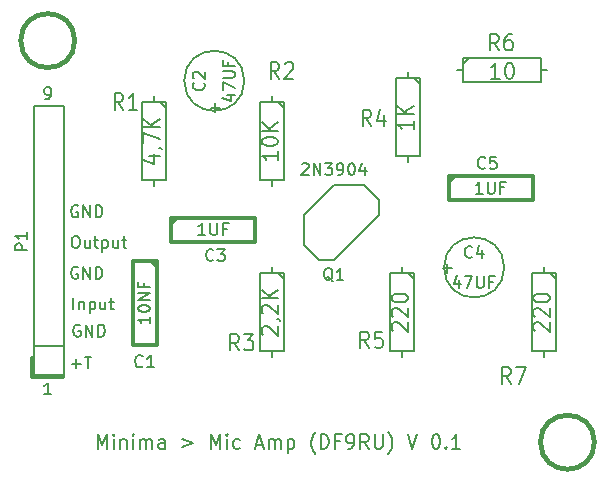
<source format=gto>
G04 #@! TF.FileFunction,Legend,Top*
%FSLAX45Y45*%
G04 Gerber Fmt 4.5, Leading zero omitted, Abs format (unit mm)*
G04 Created by KiCad (PCBNEW (2015-01-25 BZR 5388)-product) date Mo 03 Aug 2015 14:17:27 CEST*
%MOMM*%
G01*
G04 APERTURE LIST*
%ADD10C,0.150000*%
%ADD11C,0.200000*%
%ADD12C,0.381000*%
%ADD13C,0.200660*%
%ADD14C,0.203200*%
%ADD15C,0.304800*%
G04 APERTURE END LIST*
D10*
D11*
X12953810Y-7900000D02*
X12944286Y-7895238D01*
X12930000Y-7895238D01*
X12915714Y-7900000D01*
X12906190Y-7909524D01*
X12901429Y-7919048D01*
X12896667Y-7938095D01*
X12896667Y-7952381D01*
X12901429Y-7971429D01*
X12906190Y-7980952D01*
X12915714Y-7990476D01*
X12930000Y-7995238D01*
X12939524Y-7995238D01*
X12953810Y-7990476D01*
X12958571Y-7985714D01*
X12958571Y-7952381D01*
X12939524Y-7952381D01*
X13001429Y-7995238D02*
X13001429Y-7895238D01*
X13058571Y-7995238D01*
X13058571Y-7895238D01*
X13106190Y-7995238D02*
X13106190Y-7895238D01*
X13130000Y-7895238D01*
X13144286Y-7900000D01*
X13153810Y-7909524D01*
X13158571Y-7919048D01*
X13163333Y-7938095D01*
X13163333Y-7952381D01*
X13158571Y-7971429D01*
X13153810Y-7980952D01*
X13144286Y-7990476D01*
X13130000Y-7995238D01*
X13106190Y-7995238D01*
X12953810Y-8420000D02*
X12944286Y-8415238D01*
X12930000Y-8415238D01*
X12915714Y-8420000D01*
X12906190Y-8429524D01*
X12901429Y-8439048D01*
X12896667Y-8458095D01*
X12896667Y-8472381D01*
X12901429Y-8491429D01*
X12906190Y-8500952D01*
X12915714Y-8510476D01*
X12930000Y-8515238D01*
X12939524Y-8515238D01*
X12953810Y-8510476D01*
X12958571Y-8505714D01*
X12958571Y-8472381D01*
X12939524Y-8472381D01*
X13001429Y-8515238D02*
X13001429Y-8415238D01*
X13058571Y-8515238D01*
X13058571Y-8415238D01*
X13106190Y-8515238D02*
X13106190Y-8415238D01*
X13130000Y-8415238D01*
X13144286Y-8420000D01*
X13153810Y-8429524D01*
X13158571Y-8439048D01*
X13163333Y-8458095D01*
X13163333Y-8472381D01*
X13158571Y-8491429D01*
X13153810Y-8500952D01*
X13144286Y-8510476D01*
X13130000Y-8515238D01*
X13106190Y-8515238D01*
X12927619Y-8155238D02*
X12946667Y-8155238D01*
X12956190Y-8160000D01*
X12965714Y-8169524D01*
X12970476Y-8188571D01*
X12970476Y-8221905D01*
X12965714Y-8240952D01*
X12956190Y-8250476D01*
X12946667Y-8255238D01*
X12927619Y-8255238D01*
X12918095Y-8250476D01*
X12908571Y-8240952D01*
X12903809Y-8221905D01*
X12903809Y-8188571D01*
X12908571Y-8169524D01*
X12918095Y-8160000D01*
X12927619Y-8155238D01*
X13056190Y-8188571D02*
X13056190Y-8255238D01*
X13013333Y-8188571D02*
X13013333Y-8240952D01*
X13018095Y-8250476D01*
X13027619Y-8255238D01*
X13041905Y-8255238D01*
X13051429Y-8250476D01*
X13056190Y-8245714D01*
X13089524Y-8188571D02*
X13127619Y-8188571D01*
X13103809Y-8155238D02*
X13103809Y-8240952D01*
X13108571Y-8250476D01*
X13118095Y-8255238D01*
X13127619Y-8255238D01*
X13160952Y-8188571D02*
X13160952Y-8288571D01*
X13160952Y-8193333D02*
X13170476Y-8188571D01*
X13189524Y-8188571D01*
X13199048Y-8193333D01*
X13203810Y-8198095D01*
X13208571Y-8207619D01*
X13208571Y-8236190D01*
X13203810Y-8245714D01*
X13199048Y-8250476D01*
X13189524Y-8255238D01*
X13170476Y-8255238D01*
X13160952Y-8250476D01*
X13294286Y-8188571D02*
X13294286Y-8255238D01*
X13251429Y-8188571D02*
X13251429Y-8240952D01*
X13256190Y-8250476D01*
X13265714Y-8255238D01*
X13280000Y-8255238D01*
X13289524Y-8250476D01*
X13294286Y-8245714D01*
X13327619Y-8188571D02*
X13365714Y-8188571D01*
X13341905Y-8155238D02*
X13341905Y-8240952D01*
X13346667Y-8250476D01*
X13356190Y-8255238D01*
X13365714Y-8255238D01*
X12915714Y-8775238D02*
X12915714Y-8675238D01*
X12963333Y-8708571D02*
X12963333Y-8775238D01*
X12963333Y-8718095D02*
X12968095Y-8713333D01*
X12977619Y-8708571D01*
X12991905Y-8708571D01*
X13001429Y-8713333D01*
X13006190Y-8722857D01*
X13006190Y-8775238D01*
X13053809Y-8708571D02*
X13053809Y-8808571D01*
X13053809Y-8713333D02*
X13063333Y-8708571D01*
X13082381Y-8708571D01*
X13091905Y-8713333D01*
X13096667Y-8718095D01*
X13101429Y-8727619D01*
X13101429Y-8756191D01*
X13096667Y-8765714D01*
X13091905Y-8770476D01*
X13082381Y-8775238D01*
X13063333Y-8775238D01*
X13053809Y-8770476D01*
X13187143Y-8708571D02*
X13187143Y-8775238D01*
X13144286Y-8708571D02*
X13144286Y-8760952D01*
X13149048Y-8770476D01*
X13158571Y-8775238D01*
X13172857Y-8775238D01*
X13182381Y-8770476D01*
X13187143Y-8765714D01*
X13220476Y-8708571D02*
X13258571Y-8708571D01*
X13234762Y-8675238D02*
X13234762Y-8760952D01*
X13239524Y-8770476D01*
X13249048Y-8775238D01*
X13258571Y-8775238D01*
X12973810Y-8910000D02*
X12964286Y-8905238D01*
X12950000Y-8905238D01*
X12935714Y-8910000D01*
X12926190Y-8919524D01*
X12921429Y-8929048D01*
X12916667Y-8948095D01*
X12916667Y-8962381D01*
X12921429Y-8981429D01*
X12926190Y-8990952D01*
X12935714Y-9000476D01*
X12950000Y-9005238D01*
X12959524Y-9005238D01*
X12973810Y-9000476D01*
X12978571Y-8995714D01*
X12978571Y-8962381D01*
X12959524Y-8962381D01*
X13021429Y-9005238D02*
X13021429Y-8905238D01*
X13078571Y-9005238D01*
X13078571Y-8905238D01*
X13126190Y-9005238D02*
X13126190Y-8905238D01*
X13150000Y-8905238D01*
X13164286Y-8910000D01*
X13173810Y-8919524D01*
X13178571Y-8929048D01*
X13183333Y-8948095D01*
X13183333Y-8962381D01*
X13178571Y-8981429D01*
X13173810Y-8990952D01*
X13164286Y-9000476D01*
X13150000Y-9005238D01*
X13126190Y-9005238D01*
D12*
X12570000Y-9340000D02*
X12820000Y-9340000D01*
X12570000Y-9190000D02*
X12570000Y-9340000D01*
D11*
X12903809Y-9237143D02*
X12980000Y-9237143D01*
X12941905Y-9275238D02*
X12941905Y-9199048D01*
X13013333Y-9175238D02*
X13070476Y-9175238D01*
X13041905Y-9275238D02*
X13041905Y-9175238D01*
D13*
X13121471Y-9954139D02*
X13121471Y-9834251D01*
X13161434Y-9919885D01*
X13201396Y-9834251D01*
X13201396Y-9954139D01*
X13258486Y-9954139D02*
X13258486Y-9874214D01*
X13258486Y-9834251D02*
X13252777Y-9839960D01*
X13258486Y-9845669D01*
X13264195Y-9839960D01*
X13258486Y-9834251D01*
X13258486Y-9845669D01*
X13315575Y-9874214D02*
X13315575Y-9954139D01*
X13315575Y-9885632D02*
X13321284Y-9879923D01*
X13332702Y-9874214D01*
X13349829Y-9874214D01*
X13361247Y-9879923D01*
X13366956Y-9891341D01*
X13366956Y-9954139D01*
X13424045Y-9954139D02*
X13424045Y-9874214D01*
X13424045Y-9834251D02*
X13418336Y-9839960D01*
X13424045Y-9845669D01*
X13429754Y-9839960D01*
X13424045Y-9834251D01*
X13424045Y-9845669D01*
X13481135Y-9954139D02*
X13481135Y-9874214D01*
X13481135Y-9885632D02*
X13486844Y-9879923D01*
X13498262Y-9874214D01*
X13515389Y-9874214D01*
X13526807Y-9879923D01*
X13532515Y-9891341D01*
X13532515Y-9954139D01*
X13532515Y-9891341D02*
X13538224Y-9879923D01*
X13549642Y-9874214D01*
X13566769Y-9874214D01*
X13578187Y-9879923D01*
X13583896Y-9891341D01*
X13583896Y-9954139D01*
X13692366Y-9954139D02*
X13692366Y-9891341D01*
X13686657Y-9879923D01*
X13675239Y-9874214D01*
X13652404Y-9874214D01*
X13640986Y-9879923D01*
X13692366Y-9948430D02*
X13680948Y-9954139D01*
X13652404Y-9954139D01*
X13640986Y-9948430D01*
X13635277Y-9937012D01*
X13635277Y-9925594D01*
X13640986Y-9914176D01*
X13652404Y-9908467D01*
X13680948Y-9908467D01*
X13692366Y-9902759D01*
X13840799Y-9874214D02*
X13932142Y-9908467D01*
X13840799Y-9942721D01*
X14080575Y-9954139D02*
X14080575Y-9834251D01*
X14120538Y-9919885D01*
X14160500Y-9834251D01*
X14160500Y-9954139D01*
X14217590Y-9954139D02*
X14217590Y-9874214D01*
X14217590Y-9834251D02*
X14211881Y-9839960D01*
X14217590Y-9845669D01*
X14223299Y-9839960D01*
X14217590Y-9834251D01*
X14217590Y-9845669D01*
X14326060Y-9948430D02*
X14314642Y-9954139D01*
X14291806Y-9954139D01*
X14280388Y-9948430D01*
X14274679Y-9942721D01*
X14268970Y-9931303D01*
X14268970Y-9897050D01*
X14274679Y-9885632D01*
X14280388Y-9879923D01*
X14291806Y-9874214D01*
X14314642Y-9874214D01*
X14326060Y-9879923D01*
X14463075Y-9919885D02*
X14520164Y-9919885D01*
X14451657Y-9954139D02*
X14491619Y-9834251D01*
X14531582Y-9954139D01*
X14571545Y-9954139D02*
X14571545Y-9874214D01*
X14571545Y-9885632D02*
X14577254Y-9879923D01*
X14588672Y-9874214D01*
X14605798Y-9874214D01*
X14617216Y-9879923D01*
X14622925Y-9891341D01*
X14622925Y-9954139D01*
X14622925Y-9891341D02*
X14628634Y-9879923D01*
X14640052Y-9874214D01*
X14657179Y-9874214D01*
X14668597Y-9879923D01*
X14674306Y-9891341D01*
X14674306Y-9954139D01*
X14731395Y-9874214D02*
X14731395Y-9994102D01*
X14731395Y-9879923D02*
X14742813Y-9874214D01*
X14765649Y-9874214D01*
X14777067Y-9879923D01*
X14782776Y-9885632D01*
X14788485Y-9897050D01*
X14788485Y-9931303D01*
X14782776Y-9942721D01*
X14777067Y-9948430D01*
X14765649Y-9954139D01*
X14742813Y-9954139D01*
X14731395Y-9948430D01*
X14965462Y-9999811D02*
X14959753Y-9994102D01*
X14948336Y-9976975D01*
X14942627Y-9965557D01*
X14936918Y-9948430D01*
X14931209Y-9919885D01*
X14931209Y-9897050D01*
X14936918Y-9868505D01*
X14942627Y-9851378D01*
X14948336Y-9839960D01*
X14959753Y-9822833D01*
X14965462Y-9817124D01*
X15011134Y-9954139D02*
X15011134Y-9834251D01*
X15039679Y-9834251D01*
X15056806Y-9839960D01*
X15068224Y-9851378D01*
X15073932Y-9862796D01*
X15079641Y-9885632D01*
X15079641Y-9902759D01*
X15073932Y-9925594D01*
X15068224Y-9937012D01*
X15056806Y-9948430D01*
X15039679Y-9954139D01*
X15011134Y-9954139D01*
X15170985Y-9891341D02*
X15131022Y-9891341D01*
X15131022Y-9954139D02*
X15131022Y-9834251D01*
X15188112Y-9834251D01*
X15239492Y-9954139D02*
X15262328Y-9954139D01*
X15273746Y-9948430D01*
X15279455Y-9942721D01*
X15290873Y-9925594D01*
X15296582Y-9902759D01*
X15296582Y-9857087D01*
X15290873Y-9845669D01*
X15285164Y-9839960D01*
X15273746Y-9834251D01*
X15250910Y-9834251D01*
X15239492Y-9839960D01*
X15233783Y-9845669D01*
X15228074Y-9857087D01*
X15228074Y-9885632D01*
X15233783Y-9897050D01*
X15239492Y-9902759D01*
X15250910Y-9908467D01*
X15273746Y-9908467D01*
X15285164Y-9902759D01*
X15290873Y-9897050D01*
X15296582Y-9885632D01*
X15416470Y-9954139D02*
X15376507Y-9897050D01*
X15347962Y-9954139D02*
X15347962Y-9834251D01*
X15393634Y-9834251D01*
X15405052Y-9839960D01*
X15410761Y-9845669D01*
X15416470Y-9857087D01*
X15416470Y-9874214D01*
X15410761Y-9885632D01*
X15405052Y-9891341D01*
X15393634Y-9897050D01*
X15347962Y-9897050D01*
X15467850Y-9834251D02*
X15467850Y-9931303D01*
X15473559Y-9942721D01*
X15479268Y-9948430D01*
X15490686Y-9954139D01*
X15513522Y-9954139D01*
X15524940Y-9948430D01*
X15530649Y-9942721D01*
X15536358Y-9931303D01*
X15536358Y-9834251D01*
X15582029Y-9999811D02*
X15587738Y-9994102D01*
X15599156Y-9976975D01*
X15604865Y-9965557D01*
X15610574Y-9948430D01*
X15616283Y-9919885D01*
X15616283Y-9897050D01*
X15610574Y-9868505D01*
X15604865Y-9851378D01*
X15599156Y-9839960D01*
X15587738Y-9822833D01*
X15582029Y-9817124D01*
X15747589Y-9834251D02*
X15787551Y-9954139D01*
X15827514Y-9834251D01*
X15981656Y-9834251D02*
X15993074Y-9834251D01*
X16004492Y-9839960D01*
X16010200Y-9845669D01*
X16015909Y-9857087D01*
X16021618Y-9879923D01*
X16021618Y-9908467D01*
X16015909Y-9931303D01*
X16010200Y-9942721D01*
X16004492Y-9948430D01*
X15993074Y-9954139D01*
X15981656Y-9954139D01*
X15970238Y-9948430D01*
X15964529Y-9942721D01*
X15958820Y-9931303D01*
X15953111Y-9908467D01*
X15953111Y-9879923D01*
X15958820Y-9857087D01*
X15964529Y-9845669D01*
X15970238Y-9839960D01*
X15981656Y-9834251D01*
X16072999Y-9942721D02*
X16078708Y-9948430D01*
X16072999Y-9954139D01*
X16067290Y-9948430D01*
X16072999Y-9942721D01*
X16072999Y-9954139D01*
X16192887Y-9954139D02*
X16124379Y-9954139D01*
X16158633Y-9954139D02*
X16158633Y-9834251D01*
X16147215Y-9851378D01*
X16135797Y-9862796D01*
X16124379Y-9868505D01*
X12680938Y-6995220D02*
X12700000Y-6995220D01*
X12709531Y-6990455D01*
X12714297Y-6985689D01*
X12723828Y-6971393D01*
X12728593Y-6952331D01*
X12728593Y-6914207D01*
X12723828Y-6904675D01*
X12719062Y-6899910D01*
X12709531Y-6895144D01*
X12690469Y-6895144D01*
X12680938Y-6899910D01*
X12676172Y-6904675D01*
X12671407Y-6914207D01*
X12671407Y-6938034D01*
X12676172Y-6947565D01*
X12680938Y-6952331D01*
X12690469Y-6957096D01*
X12709531Y-6957096D01*
X12719062Y-6952331D01*
X12723828Y-6947565D01*
X12728593Y-6938034D01*
X12728593Y-9495343D02*
X12671407Y-9495343D01*
X12700000Y-9495343D02*
X12700000Y-9395267D01*
X12690469Y-9409563D01*
X12680938Y-9419094D01*
X12671407Y-9423860D01*
D12*
X17328642Y-9900158D02*
G75*
G03X17328642Y-9900158I-228600J0D01*
G01*
X12928600Y-6499860D02*
G75*
G03X12928600Y-6499860I-228600J0D01*
G01*
D14*
X14599920Y-8419084D02*
X14599920Y-8469884D01*
X14599920Y-9181084D02*
X14599920Y-9130284D01*
X14599920Y-9130284D02*
X14701520Y-9130284D01*
X14701520Y-9130284D02*
X14701520Y-8469884D01*
X14701520Y-8469884D02*
X14498320Y-8469884D01*
X14498320Y-8469884D02*
X14498320Y-9130284D01*
X14498320Y-9130284D02*
X14599920Y-9130284D01*
X14650720Y-8469884D02*
X14701520Y-8520684D01*
X16899890Y-8419084D02*
X16899890Y-8469884D01*
X16899890Y-9181084D02*
X16899890Y-9130284D01*
X16899890Y-9130284D02*
X17001490Y-9130284D01*
X17001490Y-9130284D02*
X17001490Y-8469884D01*
X17001490Y-8469884D02*
X16798290Y-8469884D01*
X16798290Y-8469884D02*
X16798290Y-9130284D01*
X16798290Y-9130284D02*
X16899890Y-9130284D01*
X16950690Y-8469884D02*
X17001490Y-8520684D01*
X16168878Y-6750050D02*
X16219678Y-6750050D01*
X16930878Y-6750050D02*
X16880078Y-6750050D01*
X16880078Y-6750050D02*
X16880078Y-6648450D01*
X16880078Y-6648450D02*
X16219678Y-6648450D01*
X16219678Y-6648450D02*
X16219678Y-6851650D01*
X16219678Y-6851650D02*
X16880078Y-6851650D01*
X16880078Y-6851650D02*
X16880078Y-6750050D01*
X16219678Y-6699250D02*
X16270478Y-6648450D01*
X15749778Y-6769100D02*
X15749778Y-6819900D01*
X15749778Y-7531100D02*
X15749778Y-7480300D01*
X15749778Y-7480300D02*
X15851378Y-7480300D01*
X15851378Y-7480300D02*
X15851378Y-6819900D01*
X15851378Y-6819900D02*
X15648178Y-6819900D01*
X15648178Y-6819900D02*
X15648178Y-7480300D01*
X15648178Y-7480300D02*
X15749778Y-7480300D01*
X15800578Y-6819900D02*
X15851378Y-6870700D01*
X14599920Y-6968998D02*
X14599920Y-7019798D01*
X14599920Y-7730998D02*
X14599920Y-7680198D01*
X14599920Y-7680198D02*
X14701520Y-7680198D01*
X14701520Y-7680198D02*
X14701520Y-7019798D01*
X14701520Y-7019798D02*
X14498320Y-7019798D01*
X14498320Y-7019798D02*
X14498320Y-7680198D01*
X14498320Y-7680198D02*
X14599920Y-7680198D01*
X14650720Y-7019798D02*
X14701520Y-7070598D01*
X13599922Y-6968998D02*
X13599922Y-7019798D01*
X13599922Y-7730998D02*
X13599922Y-7680198D01*
X13599922Y-7680198D02*
X13701522Y-7680198D01*
X13701522Y-7680198D02*
X13701522Y-7019798D01*
X13701522Y-7019798D02*
X13498322Y-7019798D01*
X13498322Y-7019798D02*
X13498322Y-7680198D01*
X13498322Y-7680198D02*
X13599922Y-7680198D01*
X13650722Y-7019798D02*
X13701522Y-7070598D01*
X15699994Y-8419084D02*
X15699994Y-8469884D01*
X15699994Y-9181084D02*
X15699994Y-9130284D01*
X15699994Y-9130284D02*
X15801594Y-9130284D01*
X15801594Y-9130284D02*
X15801594Y-8469884D01*
X15801594Y-8469884D02*
X15598394Y-8469884D01*
X15598394Y-8469884D02*
X15598394Y-9130284D01*
X15598394Y-9130284D02*
X15699994Y-9130284D01*
X15750794Y-8469884D02*
X15801594Y-8520684D01*
D15*
X16094202Y-7648448D02*
X16805402Y-7648448D01*
X16805402Y-7648448D02*
X16805402Y-7851648D01*
X16805402Y-7851648D02*
X16094202Y-7851648D01*
X16094202Y-7851648D02*
X16094202Y-7648448D01*
X16094202Y-7699248D02*
X16145002Y-7648448D01*
X13744448Y-7998460D02*
X14455648Y-7998460D01*
X14455648Y-7998460D02*
X14455648Y-8201660D01*
X14455648Y-8201660D02*
X13744448Y-8201660D01*
X13744448Y-8201660D02*
X13744448Y-7998460D01*
X13744448Y-8049260D02*
X13795248Y-7998460D01*
X13621512Y-8364474D02*
X13621512Y-9075674D01*
X13621512Y-9075674D02*
X13418312Y-9075674D01*
X13418312Y-9075674D02*
X13418312Y-8364474D01*
X13418312Y-8364474D02*
X13621512Y-8364474D01*
X13570712Y-8364474D02*
X13621512Y-8415274D01*
D10*
X12583000Y-9089000D02*
X12583000Y-7057000D01*
X12583000Y-7057000D02*
X12837000Y-7057000D01*
X12837000Y-7057000D02*
X12837000Y-9089000D01*
X12583000Y-9343000D02*
X12583000Y-9089000D01*
X12583000Y-9089000D02*
X12837000Y-9089000D01*
X12583000Y-9343000D02*
X12837000Y-9343000D01*
X12837000Y-9343000D02*
X12837000Y-9089000D01*
X14364317Y-6840000D02*
G75*
G03X14364317Y-6840000I-254317J0D01*
G01*
X16564317Y-8420000D02*
G75*
G03X16564317Y-8420000I-254317J0D01*
G01*
X15123000Y-8354000D02*
X15504000Y-7973000D01*
X15504000Y-7973000D02*
X15504000Y-7846000D01*
X15504000Y-7846000D02*
X15377000Y-7719000D01*
X15377000Y-7719000D02*
X15123000Y-7719000D01*
X15123000Y-7719000D02*
X14869000Y-7973000D01*
X14869000Y-7973000D02*
X14869000Y-8227000D01*
X14869000Y-8227000D02*
X14996000Y-8354000D01*
X14996000Y-8354000D02*
X15123000Y-8354000D01*
D14*
X14318911Y-9123124D02*
X14276578Y-9056600D01*
X14246340Y-9123124D02*
X14246340Y-8983424D01*
X14294721Y-8983424D01*
X14306816Y-8990076D01*
X14312864Y-8996728D01*
X14318911Y-9010033D01*
X14318911Y-9029990D01*
X14312864Y-9043295D01*
X14306816Y-9049947D01*
X14294721Y-9056600D01*
X14246340Y-9056600D01*
X14361245Y-8983424D02*
X14439864Y-8983424D01*
X14397530Y-9036643D01*
X14415673Y-9036643D01*
X14427768Y-9043295D01*
X14433816Y-9049947D01*
X14439864Y-9063252D01*
X14439864Y-9096514D01*
X14433816Y-9109819D01*
X14427768Y-9116471D01*
X14415673Y-9123124D01*
X14379387Y-9123124D01*
X14367292Y-9116471D01*
X14361245Y-9109819D01*
X14524022Y-8990584D02*
X14517370Y-8984536D01*
X14510718Y-8972441D01*
X14510718Y-8942203D01*
X14517370Y-8930108D01*
X14524022Y-8924060D01*
X14537327Y-8918013D01*
X14550632Y-8918013D01*
X14570589Y-8924060D01*
X14650418Y-8996632D01*
X14650418Y-8918013D01*
X14643765Y-8857536D02*
X14650418Y-8857536D01*
X14663722Y-8863584D01*
X14670375Y-8869632D01*
X14524022Y-8809155D02*
X14517370Y-8803108D01*
X14510718Y-8791013D01*
X14510718Y-8760775D01*
X14517370Y-8748679D01*
X14524022Y-8742632D01*
X14537327Y-8736584D01*
X14550632Y-8736584D01*
X14570589Y-8742632D01*
X14650418Y-8815203D01*
X14650418Y-8736584D01*
X14650418Y-8682155D02*
X14510718Y-8682155D01*
X14650418Y-8609584D02*
X14570589Y-8664013D01*
X14510718Y-8609584D02*
X14590546Y-8682155D01*
X16618881Y-9403286D02*
X16576548Y-9336762D01*
X16546310Y-9403286D02*
X16546310Y-9263586D01*
X16594691Y-9263586D01*
X16606786Y-9270238D01*
X16612834Y-9276890D01*
X16618881Y-9290195D01*
X16618881Y-9310152D01*
X16612834Y-9323457D01*
X16606786Y-9330109D01*
X16594691Y-9336762D01*
X16546310Y-9336762D01*
X16661215Y-9263586D02*
X16745881Y-9263586D01*
X16691453Y-9403286D01*
X16823992Y-8957322D02*
X16817340Y-8951275D01*
X16810688Y-8939179D01*
X16810688Y-8908941D01*
X16817340Y-8896846D01*
X16823992Y-8890798D01*
X16837297Y-8884751D01*
X16850602Y-8884751D01*
X16870559Y-8890798D01*
X16950388Y-8963370D01*
X16950388Y-8884751D01*
X16823992Y-8836370D02*
X16817340Y-8830322D01*
X16810688Y-8818227D01*
X16810688Y-8787989D01*
X16817340Y-8775894D01*
X16823992Y-8769846D01*
X16837297Y-8763798D01*
X16850602Y-8763798D01*
X16870559Y-8769846D01*
X16950388Y-8842417D01*
X16950388Y-8763798D01*
X16810688Y-8685179D02*
X16810688Y-8673084D01*
X16817340Y-8660989D01*
X16823992Y-8654941D01*
X16837297Y-8648894D01*
X16863907Y-8642846D01*
X16897169Y-8642846D01*
X16923778Y-8648894D01*
X16937083Y-8654941D01*
X16943735Y-8660989D01*
X16950388Y-8673084D01*
X16950388Y-8685179D01*
X16943735Y-8697275D01*
X16937083Y-8703322D01*
X16923778Y-8709370D01*
X16897169Y-8715417D01*
X16863907Y-8715417D01*
X16837297Y-8709370D01*
X16823992Y-8703322D01*
X16817340Y-8697275D01*
X16810688Y-8685179D01*
X16518805Y-6583124D02*
X16476472Y-6516600D01*
X16446234Y-6583124D02*
X16446234Y-6443424D01*
X16494615Y-6443424D01*
X16506710Y-6450076D01*
X16512758Y-6456728D01*
X16518805Y-6470033D01*
X16518805Y-6489990D01*
X16512758Y-6503295D01*
X16506710Y-6509947D01*
X16494615Y-6516600D01*
X16446234Y-6516600D01*
X16627662Y-6443424D02*
X16603472Y-6443424D01*
X16591377Y-6450076D01*
X16585329Y-6456728D01*
X16573234Y-6476685D01*
X16567186Y-6503295D01*
X16567186Y-6556514D01*
X16573234Y-6569819D01*
X16579281Y-6576471D01*
X16591377Y-6583124D01*
X16615567Y-6583124D01*
X16627662Y-6576471D01*
X16633710Y-6569819D01*
X16639758Y-6556514D01*
X16639758Y-6523252D01*
X16633710Y-6509947D01*
X16627662Y-6503295D01*
X16615567Y-6496643D01*
X16591377Y-6496643D01*
X16579281Y-6503295D01*
X16573234Y-6509947D01*
X16567186Y-6523252D01*
X16525687Y-6825948D02*
X16453116Y-6825948D01*
X16489402Y-6825948D02*
X16489402Y-6686248D01*
X16477307Y-6706205D01*
X16465211Y-6719509D01*
X16453116Y-6726162D01*
X16604307Y-6686248D02*
X16616402Y-6686248D01*
X16628497Y-6692900D01*
X16634545Y-6699552D01*
X16640592Y-6712857D01*
X16646640Y-6739467D01*
X16646640Y-6772729D01*
X16640592Y-6799338D01*
X16634545Y-6812643D01*
X16628497Y-6819295D01*
X16616402Y-6825948D01*
X16604307Y-6825948D01*
X16592211Y-6819295D01*
X16586164Y-6812643D01*
X16580116Y-6799338D01*
X16574068Y-6772729D01*
X16574068Y-6739467D01*
X16580116Y-6712857D01*
X16586164Y-6699552D01*
X16592211Y-6692900D01*
X16604307Y-6686248D01*
X15438797Y-7223204D02*
X15396464Y-7156680D01*
X15366226Y-7223204D02*
X15366226Y-7083504D01*
X15414607Y-7083504D01*
X15426702Y-7090156D01*
X15432750Y-7096808D01*
X15438797Y-7110113D01*
X15438797Y-7130070D01*
X15432750Y-7143375D01*
X15426702Y-7150027D01*
X15414607Y-7156680D01*
X15366226Y-7156680D01*
X15547654Y-7130070D02*
X15547654Y-7223204D01*
X15517416Y-7076851D02*
X15487178Y-7176637D01*
X15565797Y-7176637D01*
X15800276Y-7177314D02*
X15800276Y-7249886D01*
X15800276Y-7213600D02*
X15660576Y-7213600D01*
X15680533Y-7225695D01*
X15693837Y-7237790D01*
X15700490Y-7249886D01*
X15800276Y-7122886D02*
X15660576Y-7122886D01*
X15800276Y-7050314D02*
X15720447Y-7104743D01*
X15660576Y-7050314D02*
X15740404Y-7122886D01*
X14658763Y-6823154D02*
X14616430Y-6756630D01*
X14586192Y-6823154D02*
X14586192Y-6683454D01*
X14634573Y-6683454D01*
X14646668Y-6690106D01*
X14652716Y-6696758D01*
X14658763Y-6710063D01*
X14658763Y-6730020D01*
X14652716Y-6743325D01*
X14646668Y-6749977D01*
X14634573Y-6756630D01*
X14586192Y-6756630D01*
X14707144Y-6696758D02*
X14713192Y-6690106D01*
X14725287Y-6683454D01*
X14755525Y-6683454D01*
X14767620Y-6690106D01*
X14773668Y-6696758D01*
X14779716Y-6710063D01*
X14779716Y-6723368D01*
X14773668Y-6743325D01*
X14701097Y-6823154D01*
X14779716Y-6823154D01*
X14650418Y-7437688D02*
X14650418Y-7510260D01*
X14650418Y-7473974D02*
X14510718Y-7473974D01*
X14530675Y-7486069D01*
X14543979Y-7498165D01*
X14550632Y-7510260D01*
X14510718Y-7359069D02*
X14510718Y-7346974D01*
X14517370Y-7334879D01*
X14524022Y-7328831D01*
X14537327Y-7322784D01*
X14563937Y-7316736D01*
X14597199Y-7316736D01*
X14623808Y-7322784D01*
X14637113Y-7328831D01*
X14643765Y-7334879D01*
X14650418Y-7346974D01*
X14650418Y-7359069D01*
X14643765Y-7371165D01*
X14637113Y-7377212D01*
X14623808Y-7383260D01*
X14597199Y-7389307D01*
X14563937Y-7389307D01*
X14537327Y-7383260D01*
X14524022Y-7377212D01*
X14517370Y-7371165D01*
X14510718Y-7359069D01*
X14650418Y-7262307D02*
X14510718Y-7262307D01*
X14650418Y-7189736D02*
X14570589Y-7244165D01*
X14510718Y-7189736D02*
X14590546Y-7262307D01*
X13338725Y-7083250D02*
X13296392Y-7016726D01*
X13266154Y-7083250D02*
X13266154Y-6943550D01*
X13314535Y-6943550D01*
X13326630Y-6950202D01*
X13332678Y-6956854D01*
X13338725Y-6970159D01*
X13338725Y-6990116D01*
X13332678Y-7003421D01*
X13326630Y-7010073D01*
X13314535Y-7016726D01*
X13266154Y-7016726D01*
X13459678Y-7083250D02*
X13387106Y-7083250D01*
X13423392Y-7083250D02*
X13423392Y-6943550D01*
X13411297Y-6963507D01*
X13399201Y-6976811D01*
X13387106Y-6983464D01*
X13557286Y-7480022D02*
X13650420Y-7480022D01*
X13504067Y-7510260D02*
X13603853Y-7540498D01*
X13603853Y-7461879D01*
X13643767Y-7407450D02*
X13650420Y-7407450D01*
X13663724Y-7413498D01*
X13670377Y-7419546D01*
X13510720Y-7365117D02*
X13510720Y-7280450D01*
X13650420Y-7334879D01*
X13650420Y-7232069D02*
X13510720Y-7232069D01*
X13650420Y-7159498D02*
X13570591Y-7213926D01*
X13510720Y-7159498D02*
X13590548Y-7232069D01*
X15418731Y-9103312D02*
X15376398Y-9036788D01*
X15346160Y-9103312D02*
X15346160Y-8963612D01*
X15394541Y-8963612D01*
X15406636Y-8970264D01*
X15412684Y-8976916D01*
X15418731Y-8990221D01*
X15418731Y-9010178D01*
X15412684Y-9023483D01*
X15406636Y-9030135D01*
X15394541Y-9036788D01*
X15346160Y-9036788D01*
X15533636Y-8963612D02*
X15473160Y-8963612D01*
X15467112Y-9030135D01*
X15473160Y-9023483D01*
X15485255Y-9016831D01*
X15515493Y-9016831D01*
X15527588Y-9023483D01*
X15533636Y-9030135D01*
X15539684Y-9043440D01*
X15539684Y-9076702D01*
X15533636Y-9090007D01*
X15527588Y-9096659D01*
X15515493Y-9103312D01*
X15485255Y-9103312D01*
X15473160Y-9096659D01*
X15467112Y-9090007D01*
X15624096Y-8957322D02*
X15617444Y-8951275D01*
X15610792Y-8939179D01*
X15610792Y-8908941D01*
X15617444Y-8896846D01*
X15624096Y-8890798D01*
X15637401Y-8884751D01*
X15650706Y-8884751D01*
X15670663Y-8890798D01*
X15750492Y-8963370D01*
X15750492Y-8884751D01*
X15624096Y-8836370D02*
X15617444Y-8830322D01*
X15610792Y-8818227D01*
X15610792Y-8787989D01*
X15617444Y-8775894D01*
X15624096Y-8769846D01*
X15637401Y-8763798D01*
X15650706Y-8763798D01*
X15670663Y-8769846D01*
X15750492Y-8842417D01*
X15750492Y-8763798D01*
X15610792Y-8685179D02*
X15610792Y-8673084D01*
X15617444Y-8660989D01*
X15624096Y-8654941D01*
X15637401Y-8648894D01*
X15664011Y-8642846D01*
X15697273Y-8642846D01*
X15723882Y-8648894D01*
X15737187Y-8654941D01*
X15743839Y-8660989D01*
X15750492Y-8673084D01*
X15750492Y-8685179D01*
X15743839Y-8697275D01*
X15737187Y-8703322D01*
X15723882Y-8709370D01*
X15697273Y-8715417D01*
X15664011Y-8715417D01*
X15637401Y-8709370D01*
X15624096Y-8703322D01*
X15617444Y-8697275D01*
X15610792Y-8685179D01*
X16403151Y-7576276D02*
X16398313Y-7581114D01*
X16383798Y-7585952D01*
X16374122Y-7585952D01*
X16359608Y-7581114D01*
X16349932Y-7571438D01*
X16345094Y-7561761D01*
X16340255Y-7542409D01*
X16340255Y-7527895D01*
X16345094Y-7508542D01*
X16349932Y-7498866D01*
X16359608Y-7489190D01*
X16374122Y-7484352D01*
X16383798Y-7484352D01*
X16398313Y-7489190D01*
X16403151Y-7494028D01*
X16495074Y-7484352D02*
X16446694Y-7484352D01*
X16441855Y-7532733D01*
X16446694Y-7527895D01*
X16456370Y-7523057D01*
X16480560Y-7523057D01*
X16490236Y-7527895D01*
X16495074Y-7532733D01*
X16499913Y-7542409D01*
X16499913Y-7566599D01*
X16495074Y-7576276D01*
X16490236Y-7581114D01*
X16480560Y-7585952D01*
X16456370Y-7585952D01*
X16446694Y-7581114D01*
X16441855Y-7576276D01*
X16382069Y-7796010D02*
X16324012Y-7796010D01*
X16353040Y-7796010D02*
X16353040Y-7694410D01*
X16343364Y-7708924D01*
X16333688Y-7718600D01*
X16324012Y-7723438D01*
X16425612Y-7694410D02*
X16425612Y-7776657D01*
X16430450Y-7786334D01*
X16435288Y-7791172D01*
X16444964Y-7796010D01*
X16464316Y-7796010D01*
X16473992Y-7791172D01*
X16478831Y-7786334D01*
X16483669Y-7776657D01*
X16483669Y-7694410D01*
X16565916Y-7742791D02*
X16532050Y-7742791D01*
X16532050Y-7796010D02*
X16532050Y-7694410D01*
X16580431Y-7694410D01*
X14103181Y-8356310D02*
X14098343Y-8361148D01*
X14083828Y-8365986D01*
X14074152Y-8365986D01*
X14059638Y-8361148D01*
X14049962Y-8351472D01*
X14045124Y-8341795D01*
X14040285Y-8322443D01*
X14040285Y-8307929D01*
X14045124Y-8288576D01*
X14049962Y-8278900D01*
X14059638Y-8269224D01*
X14074152Y-8264386D01*
X14083828Y-8264386D01*
X14098343Y-8269224D01*
X14103181Y-8274062D01*
X14137047Y-8264386D02*
X14199943Y-8264386D01*
X14166076Y-8303091D01*
X14180590Y-8303091D01*
X14190266Y-8307929D01*
X14195104Y-8312767D01*
X14199943Y-8322443D01*
X14199943Y-8346633D01*
X14195104Y-8356310D01*
X14190266Y-8361148D01*
X14180590Y-8365986D01*
X14151562Y-8365986D01*
X14141885Y-8361148D01*
X14137047Y-8356310D01*
X14032315Y-8146022D02*
X13974258Y-8146022D01*
X14003286Y-8146022D02*
X14003286Y-8044422D01*
X13993610Y-8058936D01*
X13983934Y-8068612D01*
X13974258Y-8073450D01*
X14075858Y-8044422D02*
X14075858Y-8126669D01*
X14080696Y-8136346D01*
X14085534Y-8141184D01*
X14095210Y-8146022D01*
X14114562Y-8146022D01*
X14124238Y-8141184D01*
X14129077Y-8136346D01*
X14133915Y-8126669D01*
X14133915Y-8044422D01*
X14216162Y-8092803D02*
X14182296Y-8092803D01*
X14182296Y-8146022D02*
X14182296Y-8044422D01*
X14230677Y-8044422D01*
X13502979Y-9256232D02*
X13498141Y-9261070D01*
X13483626Y-9265908D01*
X13473950Y-9265908D01*
X13459436Y-9261070D01*
X13449760Y-9251394D01*
X13444922Y-9241717D01*
X13440083Y-9222365D01*
X13440083Y-9207851D01*
X13444922Y-9188498D01*
X13449760Y-9178822D01*
X13459436Y-9169146D01*
X13473950Y-9164308D01*
X13483626Y-9164308D01*
X13498141Y-9169146D01*
X13502979Y-9173984D01*
X13599741Y-9265908D02*
X13541683Y-9265908D01*
X13570712Y-9265908D02*
X13570712Y-9164308D01*
X13561036Y-9178822D01*
X13551360Y-9188498D01*
X13541683Y-9193337D01*
X13565874Y-8836188D02*
X13565874Y-8894245D01*
X13565874Y-8865217D02*
X13464274Y-8865217D01*
X13478788Y-8874893D01*
X13488464Y-8884569D01*
X13493302Y-8894245D01*
X13464274Y-8773293D02*
X13464274Y-8763617D01*
X13469112Y-8753941D01*
X13473950Y-8749103D01*
X13483626Y-8744265D01*
X13502979Y-8739426D01*
X13527169Y-8739426D01*
X13546521Y-8744265D01*
X13556198Y-8749103D01*
X13561036Y-8753941D01*
X13565874Y-8763617D01*
X13565874Y-8773293D01*
X13561036Y-8782969D01*
X13556198Y-8787807D01*
X13546521Y-8792645D01*
X13527169Y-8797484D01*
X13502979Y-8797484D01*
X13483626Y-8792645D01*
X13473950Y-8787807D01*
X13469112Y-8782969D01*
X13464274Y-8773293D01*
X13565874Y-8695884D02*
X13464274Y-8695884D01*
X13565874Y-8637826D01*
X13464274Y-8637826D01*
X13512655Y-8555579D02*
X13512655Y-8589445D01*
X13565874Y-8589445D02*
X13464274Y-8589445D01*
X13464274Y-8541065D01*
D10*
X12526638Y-8273809D02*
X12426638Y-8273809D01*
X12426638Y-8235714D01*
X12431400Y-8226190D01*
X12436162Y-8221428D01*
X12445686Y-8216667D01*
X12459971Y-8216667D01*
X12469495Y-8221428D01*
X12474257Y-8226190D01*
X12479019Y-8235714D01*
X12479019Y-8273809D01*
X12526638Y-8121428D02*
X12526638Y-8178571D01*
X12526638Y-8150000D02*
X12426638Y-8150000D01*
X12440924Y-8159524D01*
X12450448Y-8169048D01*
X12455209Y-8178571D01*
X14018968Y-6856667D02*
X14023730Y-6861428D01*
X14028492Y-6875714D01*
X14028492Y-6885238D01*
X14023730Y-6899524D01*
X14014206Y-6909048D01*
X14004683Y-6913809D01*
X13985635Y-6918571D01*
X13971349Y-6918571D01*
X13952302Y-6913809D01*
X13942778Y-6909048D01*
X13933254Y-6899524D01*
X13928492Y-6885238D01*
X13928492Y-6875714D01*
X13933254Y-6861428D01*
X13938016Y-6856667D01*
X13938016Y-6818571D02*
X13933254Y-6813809D01*
X13928492Y-6804286D01*
X13928492Y-6780476D01*
X13933254Y-6770952D01*
X13938016Y-6766190D01*
X13947540Y-6761428D01*
X13957063Y-6761428D01*
X13971349Y-6766190D01*
X14028492Y-6823333D01*
X14028492Y-6761428D01*
X14215571Y-6963809D02*
X14282238Y-6963809D01*
X14177476Y-6987619D02*
X14248905Y-7011429D01*
X14248905Y-6949524D01*
X14182238Y-6920952D02*
X14182238Y-6854286D01*
X14282238Y-6897143D01*
X14182238Y-6816190D02*
X14263190Y-6816190D01*
X14272714Y-6811429D01*
X14277476Y-6806667D01*
X14282238Y-6797143D01*
X14282238Y-6778095D01*
X14277476Y-6768571D01*
X14272714Y-6763809D01*
X14263190Y-6759048D01*
X14182238Y-6759048D01*
X14229857Y-6678095D02*
X14229857Y-6711429D01*
X14282238Y-6711429D02*
X14182238Y-6711429D01*
X14182238Y-6663809D01*
X14117143Y-7106695D02*
X14117143Y-7030505D01*
X14155238Y-7068600D02*
X14079048Y-7068600D01*
X16293333Y-8328968D02*
X16288571Y-8333730D01*
X16274286Y-8338492D01*
X16264762Y-8338492D01*
X16250476Y-8333730D01*
X16240952Y-8324206D01*
X16236190Y-8314683D01*
X16231429Y-8295635D01*
X16231429Y-8281349D01*
X16236190Y-8262302D01*
X16240952Y-8252778D01*
X16250476Y-8243254D01*
X16264762Y-8238492D01*
X16274286Y-8238492D01*
X16288571Y-8243254D01*
X16293333Y-8248016D01*
X16379048Y-8271825D02*
X16379048Y-8338492D01*
X16355238Y-8233730D02*
X16331429Y-8305159D01*
X16393333Y-8305159D01*
X16186190Y-8525571D02*
X16186190Y-8592238D01*
X16162381Y-8487476D02*
X16138571Y-8558905D01*
X16200476Y-8558905D01*
X16229048Y-8492238D02*
X16295714Y-8492238D01*
X16252857Y-8592238D01*
X16333809Y-8492238D02*
X16333809Y-8573191D01*
X16338571Y-8582714D01*
X16343333Y-8587476D01*
X16352857Y-8592238D01*
X16371905Y-8592238D01*
X16381429Y-8587476D01*
X16386190Y-8582714D01*
X16390952Y-8573191D01*
X16390952Y-8492238D01*
X16471905Y-8539857D02*
X16438571Y-8539857D01*
X16438571Y-8592238D02*
X16438571Y-8492238D01*
X16486190Y-8492238D01*
X16043305Y-8427143D02*
X16119495Y-8427143D01*
X16081400Y-8465238D02*
X16081400Y-8389048D01*
X15113476Y-8535762D02*
X15103952Y-8531000D01*
X15094429Y-8521476D01*
X15080143Y-8507191D01*
X15070619Y-8502429D01*
X15061095Y-8502429D01*
X15065857Y-8526238D02*
X15056333Y-8521476D01*
X15046809Y-8511952D01*
X15042048Y-8492905D01*
X15042048Y-8459571D01*
X15046809Y-8440524D01*
X15056333Y-8431000D01*
X15065857Y-8426238D01*
X15084905Y-8426238D01*
X15094429Y-8431000D01*
X15103952Y-8440524D01*
X15108714Y-8459571D01*
X15108714Y-8492905D01*
X15103952Y-8511952D01*
X15094429Y-8521476D01*
X15084905Y-8526238D01*
X15065857Y-8526238D01*
X15203952Y-8526238D02*
X15146809Y-8526238D01*
X15175381Y-8526238D02*
X15175381Y-8426238D01*
X15165857Y-8440524D01*
X15156333Y-8450048D01*
X15146809Y-8454810D01*
X14851571Y-7546762D02*
X14856333Y-7542000D01*
X14865857Y-7537238D01*
X14889667Y-7537238D01*
X14899190Y-7542000D01*
X14903952Y-7546762D01*
X14908714Y-7556286D01*
X14908714Y-7565809D01*
X14903952Y-7580095D01*
X14846809Y-7637238D01*
X14908714Y-7637238D01*
X14951571Y-7637238D02*
X14951571Y-7537238D01*
X15008714Y-7637238D01*
X15008714Y-7537238D01*
X15046809Y-7537238D02*
X15108714Y-7537238D01*
X15075381Y-7575333D01*
X15089667Y-7575333D01*
X15099190Y-7580095D01*
X15103952Y-7584857D01*
X15108714Y-7594381D01*
X15108714Y-7618190D01*
X15103952Y-7627714D01*
X15099190Y-7632476D01*
X15089667Y-7637238D01*
X15061095Y-7637238D01*
X15051571Y-7632476D01*
X15046809Y-7627714D01*
X15156333Y-7637238D02*
X15175381Y-7637238D01*
X15184905Y-7632476D01*
X15189667Y-7627714D01*
X15199190Y-7613429D01*
X15203952Y-7594381D01*
X15203952Y-7556286D01*
X15199190Y-7546762D01*
X15194429Y-7542000D01*
X15184905Y-7537238D01*
X15165857Y-7537238D01*
X15156333Y-7542000D01*
X15151571Y-7546762D01*
X15146809Y-7556286D01*
X15146809Y-7580095D01*
X15151571Y-7589619D01*
X15156333Y-7594381D01*
X15165857Y-7599143D01*
X15184905Y-7599143D01*
X15194429Y-7594381D01*
X15199190Y-7589619D01*
X15203952Y-7580095D01*
X15265857Y-7537238D02*
X15275381Y-7537238D01*
X15284905Y-7542000D01*
X15289667Y-7546762D01*
X15294429Y-7556286D01*
X15299190Y-7575333D01*
X15299190Y-7599143D01*
X15294429Y-7618190D01*
X15289667Y-7627714D01*
X15284905Y-7632476D01*
X15275381Y-7637238D01*
X15265857Y-7637238D01*
X15256333Y-7632476D01*
X15251571Y-7627714D01*
X15246809Y-7618190D01*
X15242048Y-7599143D01*
X15242048Y-7575333D01*
X15246809Y-7556286D01*
X15251571Y-7546762D01*
X15256333Y-7542000D01*
X15265857Y-7537238D01*
X15384905Y-7570571D02*
X15384905Y-7637238D01*
X15361095Y-7532476D02*
X15337286Y-7603905D01*
X15399190Y-7603905D01*
M02*

</source>
